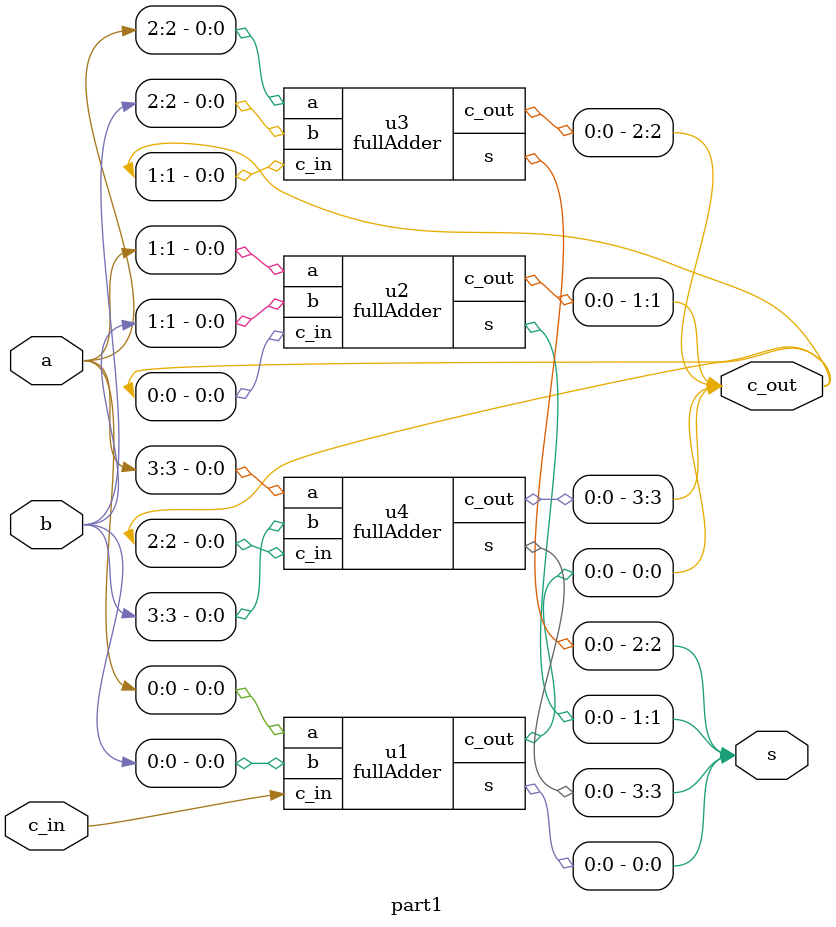
<source format=sv>
module mux2to1(x,y,s,out);
	input logic x, y, s;
	output logic out;

	assign out = (~s & x | s & y);
endmodule

module fullAdder(a, b, c_in, s, c_out);
	input logic a, b, c_in;
	output logic s, c_out;

	assign s = a ^ b ^ c_in;
	mux2to1 u0(.x(b), .y(c_in), .s(a^b), .out(c_out));

endmodule


module part1(a, b, c_in, s, c_out);
    input logic [3:0] a,b; 
    input logic c_in;
    output logic [3:0] s, c_out;

    fullAdder u1(a[0] , b[0], c_in , s[0], c_out[0]); 
    fullAdder u2(a[1] , b[1], c_out[0] , s[1], c_out[1]);
    fullAdder u3(a[2] , b[2], c_out[1] , s[2], c_out[2]); 
    fullAdder u4(a[3] , b[3], c_out[2] , s[3], c_out[3]); 
endmodule
</source>
